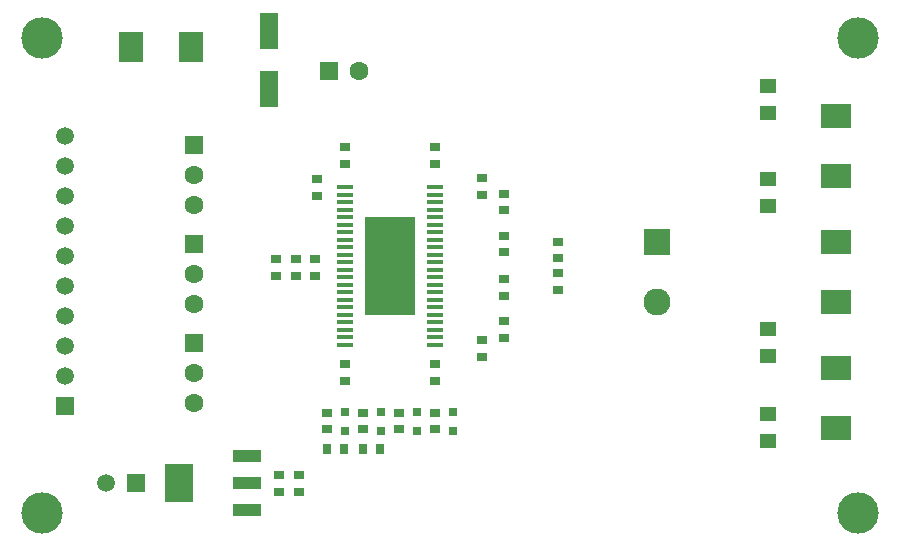
<source format=gts>
G04*
G04 #@! TF.GenerationSoftware,Altium Limited,Altium Designer,20.2.7 (254)*
G04*
G04 Layer_Color=8388736*
%FSLAX24Y24*%
%MOIN*%
G70*
G04*
G04 #@! TF.SameCoordinates,5986AE49-7A84-4E6F-8F63-06B94A686D52*
G04*
G04*
G04 #@! TF.FilePolarity,Negative*
G04*
G01*
G75*
%ADD19R,0.0374X0.0315*%
%ADD20R,0.0315X0.0315*%
%ADD21R,0.0550X0.0500*%
%ADD22R,0.0630X0.1240*%
%ADD23R,0.1697X0.3252*%
%ADD24O,0.0551X0.0157*%
%ADD25R,0.0315X0.0374*%
%ADD26R,0.0945X0.0394*%
%ADD27R,0.0945X0.1299*%
%ADD28R,0.0630X0.0630*%
%ADD29C,0.0630*%
%ADD30R,0.0630X0.0630*%
%ADD31R,0.0984X0.0787*%
%ADD32C,0.0900*%
%ADD33R,0.0900X0.0900*%
%ADD34C,0.0591*%
%ADD35R,0.0591X0.0591*%
%ADD36R,0.0591X0.0591*%
%ADD37R,0.0787X0.0984*%
%ADD38C,0.1380*%
%ADD39C,0.0277*%
D19*
X31050Y25000D02*
D03*
Y24449D02*
D03*
X34050Y25000D02*
D03*
Y24449D02*
D03*
X35604Y25249D02*
D03*
Y25801D02*
D03*
X28750Y27949D02*
D03*
Y28500D02*
D03*
X29400Y27949D02*
D03*
Y28500D02*
D03*
X32846Y23381D02*
D03*
Y22829D02*
D03*
X34046Y23381D02*
D03*
Y22829D02*
D03*
X38146Y28025D02*
D03*
Y27474D02*
D03*
X36346Y27826D02*
D03*
Y27274D02*
D03*
X30050Y28500D02*
D03*
Y27949D02*
D03*
X38146Y29076D02*
D03*
Y28525D02*
D03*
X30096Y30599D02*
D03*
Y31151D02*
D03*
X36346Y30124D02*
D03*
Y30676D02*
D03*
X31050Y31674D02*
D03*
Y32226D02*
D03*
X34050Y31674D02*
D03*
Y32226D02*
D03*
X35604Y30650D02*
D03*
Y31201D02*
D03*
X36346Y28724D02*
D03*
Y29276D02*
D03*
Y26426D02*
D03*
Y25874D02*
D03*
X30446Y23381D02*
D03*
Y22829D02*
D03*
X29496Y21301D02*
D03*
Y20749D02*
D03*
X28846Y21301D02*
D03*
Y20749D02*
D03*
X31646Y23381D02*
D03*
Y22829D02*
D03*
D20*
X33446Y22760D02*
D03*
Y23390D02*
D03*
X34646Y22760D02*
D03*
Y23390D02*
D03*
X31046Y22760D02*
D03*
Y23390D02*
D03*
X32246Y22760D02*
D03*
Y23390D02*
D03*
D21*
X45146Y30275D02*
D03*
Y31175D02*
D03*
Y33375D02*
D03*
Y34275D02*
D03*
Y25275D02*
D03*
Y26175D02*
D03*
Y22425D02*
D03*
Y23325D02*
D03*
D22*
X28496Y36090D02*
D03*
Y34160D02*
D03*
D23*
X32546Y28275D02*
D03*
D24*
X34042Y25650D02*
D03*
Y25900D02*
D03*
Y26150D02*
D03*
Y26400D02*
D03*
Y26650D02*
D03*
Y26900D02*
D03*
Y27150D02*
D03*
Y27400D02*
D03*
Y27650D02*
D03*
Y27900D02*
D03*
Y28150D02*
D03*
Y28400D02*
D03*
Y28650D02*
D03*
Y28900D02*
D03*
Y29150D02*
D03*
Y29400D02*
D03*
Y29650D02*
D03*
Y29900D02*
D03*
Y30150D02*
D03*
Y30400D02*
D03*
Y30650D02*
D03*
Y30900D02*
D03*
X31050Y25650D02*
D03*
Y25900D02*
D03*
Y26150D02*
D03*
Y26400D02*
D03*
Y26650D02*
D03*
Y26900D02*
D03*
Y27150D02*
D03*
Y27400D02*
D03*
Y27650D02*
D03*
Y27900D02*
D03*
Y28150D02*
D03*
Y28400D02*
D03*
Y28650D02*
D03*
Y28900D02*
D03*
Y29150D02*
D03*
Y29400D02*
D03*
Y29650D02*
D03*
Y29900D02*
D03*
Y30150D02*
D03*
Y30400D02*
D03*
Y30650D02*
D03*
Y30900D02*
D03*
D25*
X31001Y22175D02*
D03*
X30450D02*
D03*
X32201D02*
D03*
X31650D02*
D03*
D26*
X27787Y20119D02*
D03*
Y21025D02*
D03*
Y21931D02*
D03*
D27*
X25504Y21025D02*
D03*
D28*
X26000Y25700D02*
D03*
Y29000D02*
D03*
Y32300D02*
D03*
D29*
Y24700D02*
D03*
Y23700D02*
D03*
Y28000D02*
D03*
Y27000D02*
D03*
Y31300D02*
D03*
Y30300D02*
D03*
X31496Y34775D02*
D03*
D30*
X30496D02*
D03*
D31*
X47396Y33275D02*
D03*
Y31275D02*
D03*
Y24875D02*
D03*
Y22875D02*
D03*
Y29075D02*
D03*
Y27075D02*
D03*
D32*
X41446D02*
D03*
D33*
Y29075D02*
D03*
D34*
X21718Y32600D02*
D03*
Y31600D02*
D03*
Y30600D02*
D03*
Y28600D02*
D03*
Y26600D02*
D03*
Y24600D02*
D03*
Y25600D02*
D03*
Y27600D02*
D03*
Y29600D02*
D03*
X23064Y21018D02*
D03*
D35*
X21718Y23600D02*
D03*
D36*
X24064Y21018D02*
D03*
D37*
X23896Y35575D02*
D03*
X25896D02*
D03*
D38*
X20946Y35875D02*
D03*
Y20025D02*
D03*
X48146Y35875D02*
D03*
Y20025D02*
D03*
D39*
X33196Y26976D02*
D03*
X32763D02*
D03*
X32330D02*
D03*
X31896D02*
D03*
X33196Y27409D02*
D03*
X32763D02*
D03*
X32330D02*
D03*
X31896D02*
D03*
X33196Y27842D02*
D03*
X32763D02*
D03*
X32330D02*
D03*
X31896D02*
D03*
X33196Y28275D02*
D03*
X32763D02*
D03*
X32330D02*
D03*
X31896D02*
D03*
X33196Y28708D02*
D03*
X32763D02*
D03*
X32330D02*
D03*
X31896D02*
D03*
X33196Y29141D02*
D03*
X32763D02*
D03*
X32330D02*
D03*
X31896D02*
D03*
X33196Y29574D02*
D03*
X32763D02*
D03*
X32330D02*
D03*
X31896D02*
D03*
M02*

</source>
